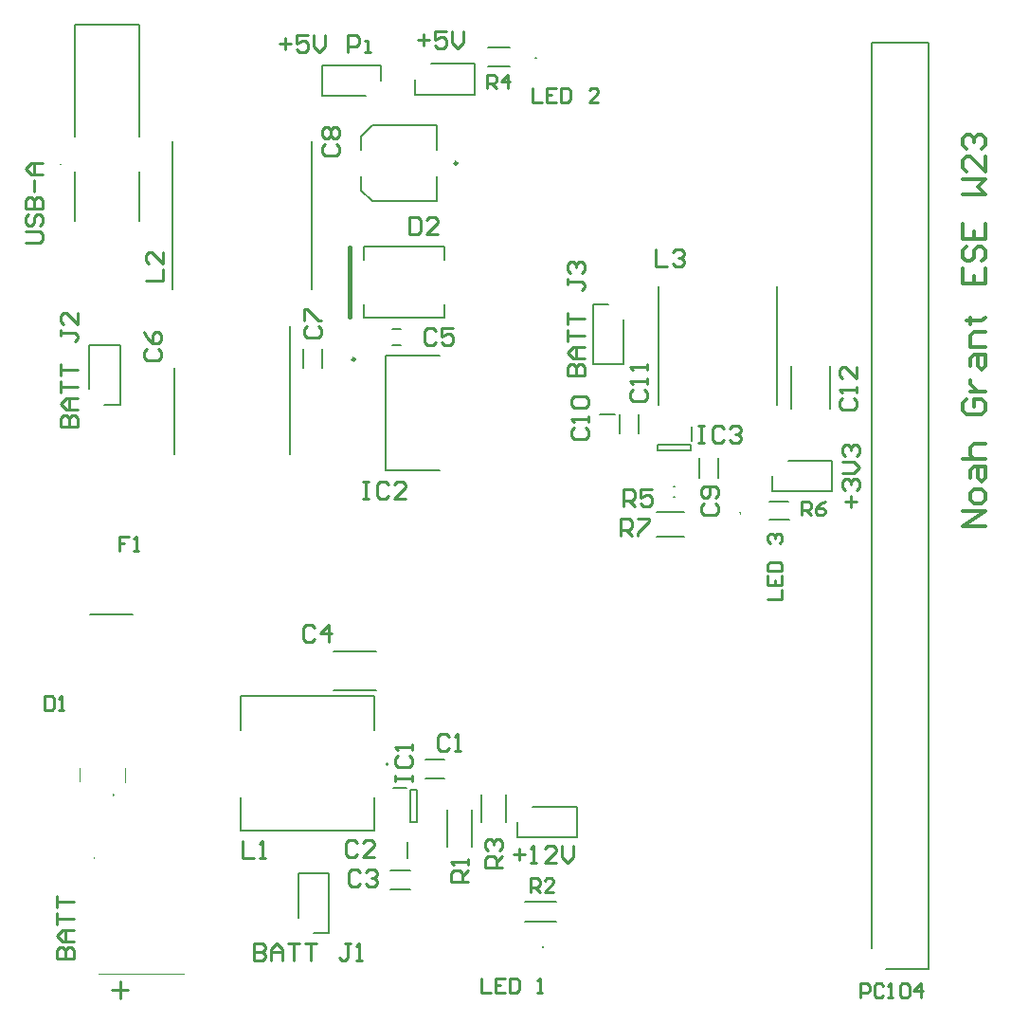
<source format=gto>
%TF.GenerationSoftware,Altium Limited,Altium Designer,23.1.1 (15)*%
G04 Layer_Color=65535*
%FSLAX25Y25*%
%MOIN*%
%TF.SameCoordinates,209943D4-F1A4-4043-803A-0C530BE15E34*%
%TF.FilePolarity,Positive*%
%TF.FileFunction,Legend,Top*%
%TF.Part,Single*%
G01*
G75*
%TA.AperFunction,NonConductor*%
%ADD60C,0.00787*%
%ADD61C,0.00394*%
%ADD62C,0.00984*%
%ADD63C,0.01000*%
%ADD64C,0.00500*%
%ADD65C,0.01575*%
%ADD66C,0.01181*%
D60*
X-321654Y78937D02*
G03*
X-321654Y78543I0J-197D01*
G01*
D02*
G03*
X-321654Y78937I0J197D01*
G01*
D02*
G03*
X-321654Y78543I0J-197D01*
G01*
X-101181Y177953D02*
G03*
X-101181Y177559I0J-197D01*
G01*
D02*
G03*
X-101181Y177953I0J197D01*
G01*
D02*
G03*
X-101181Y177559I0J-197D01*
G01*
X-170472Y25197D02*
G03*
X-170866Y25197I-197J0D01*
G01*
D02*
G03*
X-170472Y25197I197J0D01*
G01*
D02*
G03*
X-170866Y25197I-197J0D01*
G01*
X-173228Y337795D02*
G03*
X-172835Y337795I197J0D01*
G01*
D02*
G03*
X-173228Y337795I-197J0D01*
G01*
D02*
G03*
X-172835Y337795I197J0D01*
G01*
X-328346Y56496D02*
G03*
X-328346Y56496I-197J0D01*
G01*
X-225085Y89591D02*
G03*
X-225085Y89591I-366J0D01*
G01*
X-251181Y30177D02*
X-245787D01*
Y51161D01*
X-256575D02*
X-245787D01*
X-256575Y35669D02*
Y51161D01*
X-176813Y41363D02*
X-165938D01*
X-176813Y34228D02*
X-165938D01*
X-90769Y181919D02*
X-84076D01*
X-90748Y175591D02*
X-84055D01*
X-329921Y142323D02*
X-314961D01*
X-189889Y341634D02*
X-182320D01*
X-189889Y334744D02*
X-182320D01*
X-54961Y25000D02*
Y343150D01*
X-34921D01*
Y17638D02*
Y343150D01*
X-50000Y17638D02*
X-34921D01*
X-153032Y251319D02*
X-147638D01*
X-153032Y230335D02*
Y251319D01*
Y230335D02*
X-142244D01*
Y245827D01*
X-335197Y280591D02*
Y297913D01*
X-312677Y280591D02*
Y297913D01*
X-335197Y310079D02*
Y349449D01*
X-312677D01*
Y310079D02*
Y349449D01*
X-225787Y233071D02*
X-206890D01*
X-225787Y192913D02*
Y233071D01*
Y192913D02*
X-206890D01*
X-300984Y256693D02*
Y308661D01*
X-251772Y256693D02*
Y308661D01*
X-330197Y221496D02*
Y236988D01*
X-319409D01*
Y216004D02*
Y236988D01*
X-324803Y216004D02*
X-319409D01*
X-277029Y66142D02*
X-229785D01*
X-277029Y113386D02*
X-229785D01*
X-277029Y101575D02*
Y113386D01*
Y66142D02*
Y77953D01*
X-229785Y101575D02*
Y113386D01*
Y66142D02*
Y77953D01*
X-83268Y214559D02*
Y229536D01*
X-69488Y214559D02*
Y229536D01*
X-174173Y74685D02*
X-158681D01*
Y63898D02*
Y74685D01*
X-179665Y63898D02*
X-158681D01*
X-179665D02*
Y69291D01*
X-244360Y115551D02*
X-229383D01*
X-244360Y129331D02*
X-229383D01*
X-212068Y91142D02*
X-205376D01*
X-212068Y84449D02*
X-205376D01*
X-223387Y81102D02*
X-218466D01*
X-217088Y69095D02*
Y80512D01*
Y69095D02*
X-214923D01*
Y80512D01*
X-217088D02*
X-214923D01*
X-204317Y60421D02*
Y73437D01*
X-195411Y60421D02*
Y73437D01*
X-192383Y69177D02*
Y78855D01*
X-183722Y69177D02*
Y78855D01*
X-224076Y52165D02*
X-217383D01*
X-224076Y45472D02*
X-217383D01*
X-218210Y56596D02*
Y62108D01*
X-248406Y324528D02*
X-232913D01*
X-248406D02*
Y335315D01*
X-227421D01*
Y329921D02*
Y335315D01*
X-210000Y335709D02*
X-194508D01*
Y324921D02*
Y335709D01*
X-215492Y324921D02*
X-194508D01*
X-215492D02*
Y330315D01*
X-207874Y305413D02*
Y314173D01*
Y287402D02*
Y296161D01*
X-230709Y287402D02*
X-207874D01*
X-230709Y314173D02*
X-207874D01*
X-234646Y291338D02*
X-230709Y287402D01*
X-234646Y310236D02*
X-230709Y314173D01*
X-234646Y291338D02*
Y296161D01*
Y305413D02*
Y310236D01*
X-248228Y228740D02*
Y235433D01*
X-254921Y228740D02*
Y235433D01*
X-300197Y198622D02*
Y229035D01*
X-259646Y198622D02*
Y243504D01*
X-223610Y242630D02*
X-220485D01*
X-223610Y236897D02*
X-220485D01*
X-233465Y271457D02*
X-205118D01*
X-233465Y246654D02*
X-205118D01*
Y266929D02*
Y271457D01*
X-233465Y266929D02*
Y271457D01*
X-205118Y246654D02*
Y251181D01*
X-233465Y246654D02*
Y251181D01*
X-84252Y196339D02*
X-68760D01*
Y185551D02*
Y196339D01*
X-89744Y185551D02*
X-68760D01*
X-89744D02*
Y190945D01*
X-108858Y190354D02*
Y197047D01*
X-115551Y190354D02*
Y197047D01*
X-130523Y178347D02*
X-120845D01*
X-130523Y169685D02*
X-120845D01*
X-124508Y187205D02*
X-124311D01*
X-124508Y183661D02*
X-124311D01*
X-118110Y203248D02*
Y208169D01*
X-130118Y201870D02*
X-118701D01*
X-130118Y199705D02*
Y201870D01*
Y199705D02*
X-118701D01*
Y201870D01*
X-150591Y212598D02*
X-145079D01*
X-136811Y205709D02*
Y212402D01*
X-143504Y205709D02*
Y212402D01*
D61*
X-340079Y300276D02*
G03*
X-340472Y300276I-197J0D01*
G01*
D02*
G03*
X-340079Y300276I197J0D01*
G01*
X-333465Y83504D02*
Y88189D01*
Y83504D02*
X-333425D01*
Y88189D01*
X-333465D02*
X-333425D01*
X-317717Y83268D02*
Y88189D01*
Y83268D02*
Y88189D01*
X-326969Y15945D02*
X-297047D01*
D62*
X-236713Y231890D02*
G03*
X-236713Y231890I-492J0D01*
G01*
X-200689Y300787D02*
G03*
X-200689Y300787I-492J0D01*
G01*
D63*
X-322244Y10236D02*
X-316732D01*
X-322244D02*
X-319291D01*
Y7283D02*
Y13189D01*
X-345799Y113484D02*
Y108564D01*
X-343340D01*
X-342520Y109384D01*
Y112663D01*
X-343340Y113484D01*
X-345799D01*
X-340880Y108564D02*
X-339240D01*
X-340060D01*
Y113484D01*
X-340880Y112663D01*
X-79575Y177068D02*
Y181987D01*
X-77115D01*
X-76295Y181167D01*
Y179528D01*
X-77115Y178708D01*
X-79575D01*
X-77935D02*
X-76295Y177068D01*
X-71375Y181987D02*
X-73015Y181167D01*
X-74655Y179528D01*
Y177888D01*
X-73835Y177068D01*
X-72195D01*
X-71375Y177888D01*
Y178708D01*
X-72195Y179528D01*
X-74655D01*
X-190320Y327068D02*
Y331987D01*
X-187860D01*
X-187040Y331168D01*
Y329528D01*
X-187860Y328708D01*
X-190320D01*
X-188680D02*
X-187040Y327068D01*
X-182941D02*
Y331987D01*
X-185400Y329528D01*
X-182121D01*
X-174953Y44600D02*
Y49520D01*
X-172493D01*
X-171673Y48700D01*
Y47060D01*
X-172493Y46240D01*
X-174953D01*
X-173313D02*
X-171673Y44600D01*
X-166753D02*
X-170033D01*
X-166753Y47880D01*
Y48700D01*
X-167573Y49520D01*
X-169213D01*
X-170033Y48700D01*
X-58943Y7501D02*
Y12421D01*
X-56483D01*
X-55664Y11601D01*
Y9961D01*
X-56483Y9141D01*
X-58943D01*
X-50744Y11601D02*
X-51564Y12421D01*
X-53204D01*
X-54024Y11601D01*
Y8321D01*
X-53204Y7501D01*
X-51564D01*
X-50744Y8321D01*
X-49104Y7501D02*
X-47464D01*
X-48284D01*
Y12421D01*
X-49104Y11601D01*
X-45004D02*
X-44184Y12421D01*
X-42544D01*
X-41724Y11601D01*
Y8321D01*
X-42544Y7501D01*
X-44184D01*
X-45004Y8321D01*
Y11601D01*
X-37625Y7501D02*
Y12421D01*
X-40084Y9961D01*
X-36805D01*
X-316142Y169586D02*
X-319422D01*
Y167126D01*
X-317782D01*
X-319422D01*
Y164666D01*
X-314502D02*
X-312862D01*
X-313682D01*
Y169586D01*
X-314502Y168766D01*
X-192155Y14271D02*
Y9351D01*
X-188876D01*
X-183956Y14271D02*
X-187236D01*
Y9351D01*
X-183956D01*
X-187236Y11811D02*
X-185596D01*
X-182316Y14271D02*
Y9351D01*
X-179856D01*
X-179036Y10171D01*
Y13451D01*
X-179856Y14271D01*
X-182316D01*
X-172477Y9351D02*
X-170837D01*
X-171657D01*
Y14271D01*
X-172477Y13451D01*
X-174078Y327263D02*
Y322343D01*
X-170798D01*
X-165878Y327263D02*
X-169158D01*
Y322343D01*
X-165878D01*
X-169158Y324803D02*
X-167518D01*
X-164238Y327263D02*
Y322343D01*
X-161778D01*
X-160959Y323163D01*
Y326443D01*
X-161778Y327263D01*
X-164238D01*
X-151119Y322343D02*
X-154399D01*
X-151119Y325623D01*
Y326443D01*
X-151939Y327263D01*
X-153579D01*
X-154399Y326443D01*
X-91436Y147576D02*
X-86516D01*
Y150856D01*
X-91436Y155775D02*
Y152496D01*
X-86516D01*
Y155775D01*
X-88976Y152496D02*
Y154135D01*
X-91436Y157415D02*
X-86516D01*
Y159875D01*
X-87336Y160695D01*
X-90616D01*
X-91436Y159875D01*
Y157415D01*
X-90616Y167255D02*
X-91436Y168075D01*
Y169714D01*
X-90616Y170534D01*
X-89796D01*
X-88976Y169714D01*
Y168895D01*
Y169714D01*
X-88156Y170534D01*
X-87336D01*
X-86516Y169714D01*
Y168075D01*
X-87336Y167255D01*
X-65385Y218155D02*
X-66385Y217155D01*
Y215156D01*
X-65385Y214156D01*
X-61387D01*
X-60387Y215156D01*
Y217155D01*
X-61387Y218155D01*
X-60387Y220154D02*
Y222153D01*
Y221154D01*
X-66385D01*
X-65385Y220154D01*
X-60387Y229151D02*
Y225152D01*
X-64385Y229151D01*
X-65385D01*
X-66385Y228151D01*
Y226152D01*
X-65385Y225152D01*
X-130953Y270498D02*
Y264500D01*
X-126954D01*
X-124955Y269498D02*
X-123955Y270498D01*
X-121956D01*
X-120956Y269498D01*
Y268499D01*
X-121956Y267499D01*
X-122955D01*
X-121956D01*
X-120956Y266499D01*
Y265500D01*
X-121956Y264500D01*
X-123955D01*
X-124955Y265500D01*
X-352605Y273012D02*
X-347607D01*
X-346607Y274012D01*
Y276011D01*
X-347607Y277011D01*
X-352605D01*
X-351606Y283009D02*
X-352605Y282010D01*
Y280010D01*
X-351606Y279010D01*
X-350606D01*
X-349606Y280010D01*
Y282010D01*
X-348607Y283009D01*
X-347607D01*
X-346607Y282010D01*
Y280010D01*
X-347607Y279010D01*
X-352605Y285009D02*
X-346607D01*
Y288007D01*
X-347607Y289007D01*
X-348607D01*
X-349606Y288007D01*
Y285009D01*
Y288007D01*
X-350606Y289007D01*
X-351606D01*
X-352605Y288007D01*
Y285009D01*
X-349606Y291007D02*
Y295005D01*
X-346607Y297005D02*
X-350606D01*
X-352605Y299004D01*
X-350606Y301003D01*
X-346607D01*
X-349606D01*
Y297005D01*
X-143187Y169836D02*
Y175834D01*
X-140188D01*
X-139189Y174834D01*
Y172835D01*
X-140188Y171835D01*
X-143187D01*
X-141188D02*
X-139189Y169836D01*
X-137189Y175834D02*
X-133191D01*
Y174834D01*
X-137189Y170835D01*
Y169836D01*
X-142400Y180072D02*
Y186070D01*
X-139401D01*
X-138401Y185070D01*
Y183071D01*
X-139401Y182071D01*
X-142400D01*
X-140401D02*
X-138401Y180072D01*
X-132403Y186070D02*
X-136402D01*
Y183071D01*
X-134403Y184071D01*
X-133403D01*
X-132403Y183071D01*
Y181071D01*
X-133403Y180072D01*
X-135402D01*
X-136402Y181071D01*
X-184796Y53269D02*
X-190794D01*
Y56268D01*
X-189795Y57268D01*
X-187795D01*
X-186796Y56268D01*
Y53269D01*
Y55269D02*
X-184796Y57268D01*
X-189795Y59267D02*
X-190794Y60267D01*
Y62266D01*
X-189795Y63266D01*
X-188795D01*
X-187795Y62266D01*
Y61267D01*
Y62266D01*
X-186796Y63266D01*
X-185796D01*
X-184796Y62266D01*
Y60267D01*
X-185796Y59267D01*
X-196865Y48364D02*
X-202863D01*
Y51363D01*
X-201863Y52362D01*
X-199864D01*
X-198864Y51363D01*
Y48364D01*
Y50363D02*
X-196865Y52362D01*
Y54361D02*
Y56361D01*
Y55361D01*
X-202863D01*
X-201863Y54361D01*
X-310086Y259569D02*
X-304088D01*
Y263567D01*
Y269565D02*
Y265567D01*
X-308086Y269565D01*
X-309086D01*
X-310086Y268566D01*
Y266566D01*
X-309086Y265567D01*
X-276303Y62448D02*
Y56450D01*
X-272305D01*
X-270305D02*
X-268306D01*
X-269306D01*
Y62448D01*
X-270305Y61448D01*
X-162054Y226227D02*
X-156056D01*
Y229226D01*
X-157056Y230226D01*
X-158055D01*
X-159055Y229226D01*
Y226227D01*
Y229226D01*
X-160055Y230226D01*
X-161055D01*
X-162054Y229226D01*
Y226227D01*
X-156056Y232225D02*
X-160055D01*
X-162054Y234224D01*
X-160055Y236224D01*
X-156056D01*
X-159055D01*
Y232225D01*
X-162054Y238223D02*
Y242222D01*
Y240222D01*
X-156056D01*
X-162054Y244221D02*
Y248220D01*
Y246220D01*
X-156056D01*
X-162054Y260216D02*
Y258217D01*
Y259216D01*
X-157056D01*
X-156056Y258217D01*
Y257217D01*
X-157056Y256217D01*
X-161055Y262215D02*
X-162054Y263215D01*
Y265214D01*
X-161055Y266214D01*
X-160055D01*
X-159055Y265214D01*
Y264215D01*
Y265214D01*
X-158055Y266214D01*
X-157056D01*
X-156056Y265214D01*
Y263215D01*
X-157056Y262215D01*
X-62205Y179948D02*
Y183947D01*
X-64204Y181948D02*
X-60205D01*
X-64204Y185947D02*
X-65204Y186946D01*
Y188945D01*
X-64204Y189945D01*
X-63204D01*
X-62205Y188945D01*
Y187946D01*
Y188945D01*
X-61205Y189945D01*
X-60205D01*
X-59206Y188945D01*
Y186946D01*
X-60205Y185947D01*
X-65204Y191945D02*
X-61205D01*
X-59206Y193944D01*
X-61205Y195943D01*
X-65204D01*
X-64204Y197943D02*
X-65204Y198942D01*
Y200942D01*
X-64204Y201941D01*
X-63204D01*
X-62205Y200942D01*
Y199942D01*
Y200942D01*
X-61205Y201941D01*
X-60205D01*
X-59206Y200942D01*
Y198942D01*
X-60205Y197943D01*
X-263239Y342913D02*
X-259240D01*
X-261240Y344913D02*
Y340914D01*
X-253242Y345912D02*
X-257241D01*
Y342913D01*
X-255241Y343913D01*
X-254242D01*
X-253242Y342913D01*
Y340914D01*
X-254242Y339914D01*
X-256241D01*
X-257241Y340914D01*
X-251243Y345912D02*
Y341914D01*
X-249243Y339914D01*
X-247244Y341914D01*
Y345912D01*
X-239247Y339914D02*
Y345912D01*
X-236248D01*
X-235248Y344913D01*
Y342913D01*
X-236248Y341914D01*
X-239247D01*
X-233249Y339914D02*
X-231249D01*
X-232249D01*
Y343913D01*
X-233249D01*
X-340401Y208353D02*
X-334402D01*
Y211352D01*
X-335402Y212352D01*
X-336402D01*
X-337402Y211352D01*
Y208353D01*
Y211352D01*
X-338401Y212352D01*
X-339401D01*
X-340401Y211352D01*
Y208353D01*
X-334402Y214351D02*
X-338401D01*
X-340401Y216350D01*
X-338401Y218350D01*
X-334402D01*
X-337402D01*
Y214351D01*
X-340401Y220349D02*
Y224348D01*
Y222348D01*
X-334402D01*
X-340401Y226347D02*
Y230346D01*
Y228346D01*
X-334402D01*
X-340401Y242342D02*
Y240343D01*
Y241342D01*
X-335402D01*
X-334402Y240343D01*
Y239343D01*
X-335402Y238343D01*
X-334402Y248340D02*
Y244341D01*
X-338401Y248340D01*
X-339401D01*
X-340401Y247340D01*
Y245341D01*
X-339401Y244341D01*
X-214690Y344094D02*
X-210692D01*
X-212691Y346094D02*
Y342095D01*
X-204694Y347094D02*
X-208692D01*
Y344094D01*
X-206693Y345094D01*
X-205693D01*
X-204694Y344094D01*
Y342095D01*
X-205693Y341095D01*
X-207693D01*
X-208692Y342095D01*
X-202694Y347094D02*
Y343095D01*
X-200695Y341095D01*
X-198696Y343095D01*
Y347094D01*
X-272144Y26621D02*
Y20623D01*
X-269144D01*
X-268145Y21623D01*
Y22622D01*
X-269144Y23622D01*
X-272144D01*
X-269144D01*
X-268145Y24622D01*
Y25621D01*
X-269144Y26621D01*
X-272144D01*
X-266145Y20623D02*
Y24622D01*
X-264146Y26621D01*
X-262147Y24622D01*
Y20623D01*
Y23622D01*
X-266145D01*
X-260147Y26621D02*
X-256149D01*
X-258148D01*
Y20623D01*
X-254149Y26621D02*
X-250151D01*
X-252150D01*
Y20623D01*
X-238154Y26621D02*
X-240154D01*
X-239154D01*
Y21623D01*
X-240154Y20623D01*
X-241154D01*
X-242153Y21623D01*
X-236155Y20623D02*
X-234156D01*
X-235155D01*
Y26621D01*
X-236155Y25621D01*
X-180969Y57874D02*
X-176970D01*
X-178970Y59873D02*
Y55875D01*
X-174971Y54875D02*
X-172972D01*
X-173971D01*
Y60873D01*
X-174971Y59873D01*
X-165974Y54875D02*
X-169973D01*
X-165974Y58874D01*
Y59873D01*
X-166974Y60873D01*
X-168973D01*
X-169973Y59873D01*
X-163974Y60873D02*
Y56874D01*
X-161975Y54875D01*
X-159976Y56874D01*
Y60873D01*
X-341582Y21287D02*
X-335584D01*
Y24286D01*
X-336583Y25286D01*
X-337583D01*
X-338583Y24286D01*
Y21287D01*
Y24286D01*
X-339582Y25286D01*
X-340582D01*
X-341582Y24286D01*
Y21287D01*
X-335584Y27285D02*
X-339582D01*
X-341582Y29284D01*
X-339582Y31284D01*
X-335584D01*
X-338583D01*
Y27285D01*
X-341582Y33283D02*
Y37282D01*
Y35282D01*
X-335584D01*
X-341582Y39281D02*
Y43280D01*
Y41280D01*
X-335584D01*
X-115765Y208511D02*
X-113766D01*
X-114766D01*
Y202513D01*
X-115765D01*
X-113766D01*
X-106768Y207511D02*
X-107768Y208511D01*
X-109767D01*
X-110767Y207511D01*
Y203513D01*
X-109767Y202513D01*
X-107768D01*
X-106768Y203513D01*
X-104769Y207511D02*
X-103769Y208511D01*
X-101770D01*
X-100770Y207511D01*
Y206511D01*
X-101770Y205512D01*
X-102769D01*
X-101770D01*
X-100770Y204512D01*
Y203513D01*
X-101770Y202513D01*
X-103769D01*
X-104769Y203513D01*
X-233875Y188826D02*
X-231876D01*
X-232876D01*
Y182828D01*
X-233875D01*
X-231876D01*
X-224878Y187826D02*
X-225878Y188826D01*
X-227877D01*
X-228877Y187826D01*
Y183827D01*
X-227877Y182828D01*
X-225878D01*
X-224878Y183827D01*
X-218880Y182828D02*
X-222879D01*
X-218880Y186826D01*
Y187826D01*
X-219880Y188826D01*
X-221879D01*
X-222879Y187826D01*
X-222548Y83660D02*
Y85659D01*
Y84659D01*
X-216550D01*
Y83660D01*
Y85659D01*
X-221548Y92657D02*
X-222548Y91657D01*
Y89658D01*
X-221548Y88658D01*
X-217549D01*
X-216550Y89658D01*
Y91657D01*
X-217549Y92657D01*
X-216550Y94656D02*
Y96655D01*
Y95656D01*
X-222548D01*
X-221548Y94656D01*
X-217597Y281739D02*
Y275741D01*
X-214598D01*
X-213598Y276741D01*
Y280739D01*
X-214598Y281739D01*
X-217597D01*
X-207600Y275741D02*
X-211599D01*
X-207600Y279740D01*
Y280739D01*
X-208600Y281739D01*
X-210599D01*
X-211599Y280739D01*
X-139007Y221123D02*
X-140007Y220123D01*
Y218124D01*
X-139007Y217124D01*
X-135009D01*
X-134009Y218124D01*
Y220123D01*
X-135009Y221123D01*
X-134009Y223122D02*
Y225122D01*
Y224122D01*
X-140007D01*
X-139007Y223122D01*
X-134009Y228121D02*
Y230120D01*
Y229120D01*
X-140007D01*
X-139007Y228121D01*
X-159677Y207997D02*
X-160676Y206997D01*
Y204998D01*
X-159677Y203998D01*
X-155678D01*
X-154678Y204998D01*
Y206997D01*
X-155678Y207997D01*
X-154678Y209997D02*
Y211996D01*
Y210996D01*
X-160676D01*
X-159677Y209997D01*
Y214995D02*
X-160676Y215995D01*
Y217994D01*
X-159677Y218994D01*
X-155678D01*
X-154678Y217994D01*
Y215995D01*
X-155678Y214995D01*
X-159677D01*
X-113810Y181284D02*
X-114810Y180284D01*
Y178285D01*
X-113810Y177285D01*
X-109812D01*
X-108812Y178285D01*
Y180284D01*
X-109812Y181284D01*
Y183283D02*
X-108812Y184283D01*
Y186282D01*
X-109812Y187282D01*
X-113810D01*
X-114810Y186282D01*
Y184283D01*
X-113810Y183283D01*
X-112811D01*
X-111811Y184283D01*
Y187282D01*
X-253574Y243489D02*
X-254574Y242489D01*
Y240490D01*
X-253574Y239490D01*
X-249575D01*
X-248576Y240490D01*
Y242489D01*
X-249575Y243489D01*
X-254574Y245488D02*
Y249487D01*
X-253574D01*
X-249575Y245488D01*
X-248576D01*
X-247275Y307662D02*
X-248275Y306662D01*
Y304663D01*
X-247275Y303663D01*
X-243276D01*
X-242277Y304663D01*
Y306662D01*
X-243276Y307662D01*
X-247275Y309661D02*
X-248275Y310661D01*
Y312660D01*
X-247275Y313660D01*
X-246275D01*
X-245276Y312660D01*
X-244276Y313660D01*
X-243276D01*
X-242277Y312660D01*
Y310661D01*
X-243276Y309661D01*
X-244276D01*
X-245276Y310661D01*
X-246275Y309661D01*
X-247275D01*
X-245276Y310661D02*
Y312660D01*
X-309873Y235614D02*
X-310873Y234615D01*
Y232615D01*
X-309873Y231616D01*
X-305875D01*
X-304875Y232615D01*
Y234615D01*
X-305875Y235614D01*
X-310873Y241613D02*
X-309873Y239613D01*
X-307874Y237614D01*
X-305875D01*
X-304875Y238614D01*
Y240613D01*
X-305875Y241613D01*
X-306874D01*
X-307874Y240613D01*
Y237614D01*
X-208086Y241763D02*
X-209086Y242763D01*
X-211085D01*
X-212085Y241763D01*
Y237764D01*
X-211085Y236765D01*
X-209086D01*
X-208086Y237764D01*
X-202088Y242763D02*
X-206087D01*
Y239764D01*
X-204088Y240763D01*
X-203088D01*
X-202088Y239764D01*
Y237764D01*
X-203088Y236765D01*
X-205087D01*
X-206087Y237764D01*
X-235745Y61745D02*
X-236745Y62745D01*
X-238744D01*
X-239744Y61745D01*
Y57747D01*
X-238744Y56747D01*
X-236745D01*
X-235745Y57747D01*
X-229747Y56747D02*
X-233746D01*
X-229747Y60746D01*
Y61745D01*
X-230747Y62745D01*
X-232746D01*
X-233746Y61745D01*
X-234918Y51606D02*
X-235918Y52605D01*
X-237917D01*
X-238917Y51606D01*
Y47607D01*
X-237917Y46607D01*
X-235918D01*
X-234918Y47607D01*
X-232919Y51606D02*
X-231919Y52605D01*
X-229920D01*
X-228920Y51606D01*
Y50606D01*
X-229920Y49606D01*
X-230920D01*
X-229920D01*
X-228920Y48607D01*
Y47607D01*
X-229920Y46607D01*
X-231919D01*
X-232919Y47607D01*
X-250863Y137432D02*
X-251863Y138432D01*
X-253862D01*
X-254862Y137432D01*
Y133434D01*
X-253862Y132434D01*
X-251863D01*
X-250863Y133434D01*
X-245865Y132434D02*
Y138432D01*
X-248864Y135433D01*
X-244865D01*
X-203543Y99243D02*
X-204543Y100243D01*
X-206542D01*
X-207542Y99243D01*
Y95245D01*
X-206542Y94245D01*
X-204543D01*
X-203543Y95245D01*
X-201544Y94245D02*
X-199545D01*
X-200544D01*
Y100243D01*
X-201544Y99243D01*
D64*
X-129921Y215748D02*
Y257480D01*
X-88189Y215748D02*
Y257480D01*
D65*
X-238484Y246811D02*
Y271299D01*
D66*
X-14961Y173228D02*
X-22832D01*
X-14961Y178476D01*
X-22832D01*
X-14961Y182412D02*
Y185036D01*
X-16273Y186347D01*
X-18896D01*
X-20208Y185036D01*
Y182412D01*
X-18896Y181100D01*
X-16273D01*
X-14961Y182412D01*
X-20208Y190283D02*
Y192907D01*
X-18896Y194219D01*
X-14961D01*
Y190283D01*
X-16273Y188971D01*
X-17584Y190283D01*
Y194219D01*
X-22832Y196843D02*
X-14961D01*
X-18896D01*
X-20208Y198155D01*
Y200779D01*
X-18896Y202090D01*
X-14961D01*
X-21520Y217833D02*
X-22832Y216522D01*
Y213898D01*
X-21520Y212586D01*
X-16273D01*
X-14961Y213898D01*
Y216522D01*
X-16273Y217833D01*
X-18896D01*
Y215210D01*
X-20208Y220457D02*
X-14961D01*
X-17584D01*
X-18896Y221769D01*
X-20208Y223081D01*
Y224393D01*
Y229641D02*
Y232264D01*
X-18896Y233576D01*
X-14961D01*
Y229641D01*
X-16273Y228329D01*
X-17584Y229641D01*
Y233576D01*
X-14961Y236200D02*
X-20208D01*
Y240136D01*
X-18896Y241448D01*
X-14961D01*
X-21520Y245384D02*
X-20208D01*
Y244072D01*
Y246695D01*
Y245384D01*
X-16273D01*
X-14961Y246695D01*
X-22832Y263750D02*
Y258503D01*
X-14961D01*
Y263750D01*
X-18896Y258503D02*
Y261126D01*
X-21520Y271622D02*
X-22832Y270310D01*
Y267686D01*
X-21520Y266374D01*
X-20208D01*
X-18896Y267686D01*
Y270310D01*
X-17584Y271622D01*
X-16273D01*
X-14961Y270310D01*
Y267686D01*
X-16273Y266374D01*
X-22832Y279493D02*
Y274246D01*
X-14961D01*
Y279493D01*
X-18896Y274246D02*
Y276870D01*
X-22832Y289989D02*
X-14961D01*
X-17584Y292612D01*
X-14961Y295236D01*
X-22832D01*
X-14961Y303108D02*
Y297860D01*
X-20208Y303108D01*
X-21520D01*
X-22832Y301796D01*
Y299172D01*
X-21520Y297860D01*
Y305732D02*
X-22832Y307044D01*
Y309667D01*
X-21520Y310979D01*
X-20208D01*
X-18896Y309667D01*
Y308355D01*
Y309667D01*
X-17584Y310979D01*
X-16273D01*
X-14961Y309667D01*
Y307044D01*
X-16273Y305732D01*
%TF.MD5,43e118853bd644b31175217e42582e04*%
M02*

</source>
